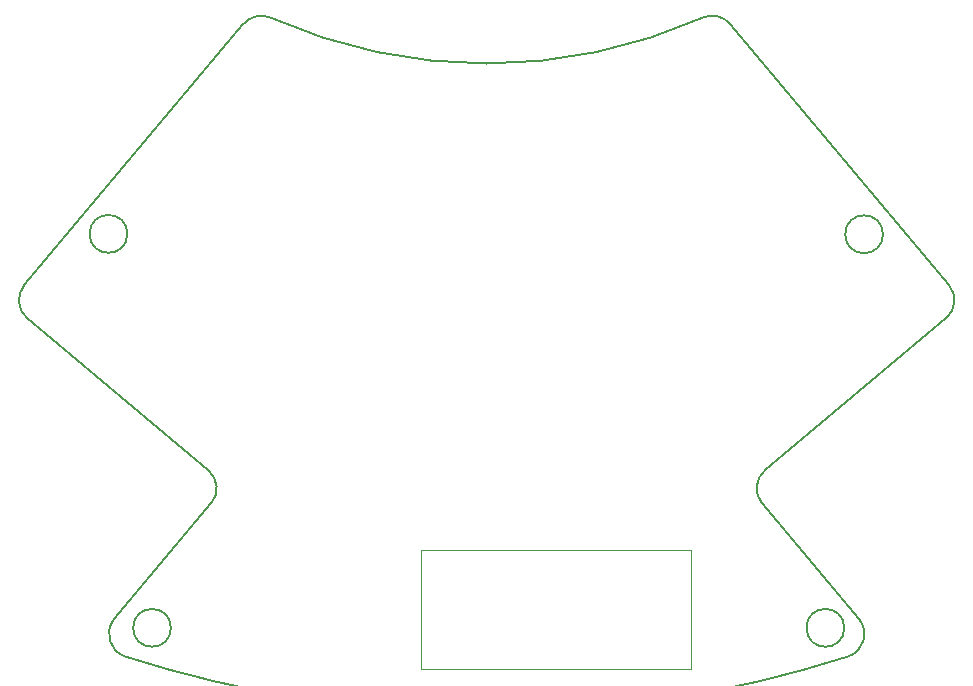
<source format=gbr>
%TF.GenerationSoftware,KiCad,Pcbnew,(6.0.11)*%
%TF.CreationDate,2023-10-13T17:04:58+09:00*%
%TF.ProjectId,power_supply_board,706f7765-725f-4737-9570-706c795f626f,rev?*%
%TF.SameCoordinates,Original*%
%TF.FileFunction,Profile,NP*%
%FSLAX46Y46*%
G04 Gerber Fmt 4.6, Leading zero omitted, Abs format (unit mm)*
G04 Created by KiCad (PCBNEW (6.0.11)) date 2023-10-13 17:04:58*
%MOMM*%
%LPD*%
G01*
G04 APERTURE LIST*
%TA.AperFunction,Profile*%
%ADD10C,0.200000*%
%TD*%
%TA.AperFunction,Profile*%
%ADD11C,0.100000*%
%TD*%
G04 APERTURE END LIST*
D10*
X175504828Y-90424668D02*
X156988997Y-68329179D01*
X97223425Y-90424523D02*
G75*
G03*
X97469920Y-93242172I1532075J-1285577D01*
G01*
X175257437Y-93241285D02*
G75*
G03*
X175504828Y-90424668I-1285537J1532085D01*
G01*
X104843842Y-118680337D02*
G75*
G03*
X105763876Y-121869922I1532058J-1285563D01*
G01*
X118101056Y-67794325D02*
G75*
G03*
X115757314Y-68336656I-811656J-1827875D01*
G01*
X169918069Y-86123567D02*
G75*
G03*
X169918069Y-86123567I-1600000J0D01*
G01*
X97469920Y-93242172D02*
X112790809Y-106097924D01*
X105763876Y-121869922D02*
G75*
G03*
X166962526Y-121869922I30599325J95203365D01*
G01*
X105945816Y-86089926D02*
G75*
G03*
X105945816Y-86089926I-1600000J0D01*
G01*
X115757314Y-68336656D02*
X97223406Y-90424507D01*
X159935579Y-106097907D02*
G75*
G03*
X159689079Y-108915588I1285621J-1532093D01*
G01*
X113037306Y-108915574D02*
G75*
G03*
X112790809Y-106097924I-1532106J1285574D01*
G01*
X159935593Y-106097924D02*
X175257479Y-93241335D01*
X109634035Y-119443633D02*
G75*
G03*
X109634035Y-119443633I-1600000J0D01*
G01*
X156989031Y-68329151D02*
G75*
G03*
X154643609Y-67786217I-1532931J-1284649D01*
G01*
X167882628Y-118680280D02*
X159689079Y-108915588D01*
D11*
X130810000Y-112826800D02*
X153670000Y-112826800D01*
X153670000Y-112826800D02*
X153670000Y-122936000D01*
X153670000Y-122936000D02*
X130810000Y-122936000D01*
X130810000Y-122936000D02*
X130810000Y-112826800D01*
D10*
X118101054Y-67794331D02*
G75*
G03*
X154643609Y-67786217I18262146J41127731D01*
G01*
X113037323Y-108915588D02*
X104843774Y-118680280D01*
X166962554Y-121870008D02*
G75*
G03*
X167882628Y-118680280I-612054J1904108D01*
G01*
X166639796Y-119443633D02*
G75*
G03*
X166639796Y-119443633I-1600000J0D01*
G01*
M02*

</source>
